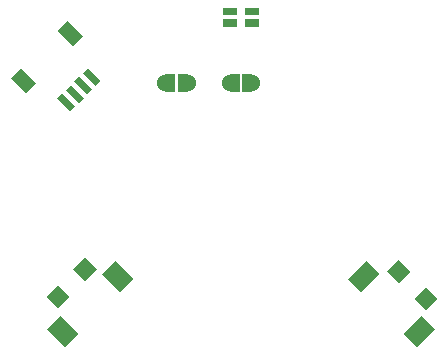
<source format=gbr>
G04 start of page 11 for group -4015 idx -4015 *
G04 Title: (unknown), toppaste *
G04 Creator: pcb 4.0.2 *
G04 CreationDate: Mon Feb 22 17:58:38 2021 UTC *
G04 For: ndholmes *
G04 Format: Gerber/RS-274X *
G04 PCB-Dimensions (mil): 2500.00 2500.00 *
G04 PCB-Coordinate-Origin: lower left *
%MOIN*%
%FSLAX25Y25*%
%LNTOPPASTE*%
%ADD65C,0.0600*%
%ADD64C,0.0001*%
G54D64*G36*
X67853Y109955D02*X63955Y113853D01*
X60052Y109950D01*
X63950Y106052D01*
X67853Y109955D01*
G37*
G36*
X76900Y119003D02*X73003Y122900D01*
X69100Y118997D01*
X72997Y115100D01*
X76900Y119003D01*
G37*
G36*
X64787Y103549D02*X60333Y99095D01*
X66458Y92971D01*
X70912Y97425D01*
X64787Y103549D01*
G37*
G36*
X83161Y121923D02*X78707Y117469D01*
X84831Y111344D01*
X89286Y115798D01*
X83161Y121923D01*
G37*
G36*
X73854Y186168D02*X72183Y184498D01*
X76498Y180183D01*
X78168Y181854D01*
X73854Y186168D01*
G37*
G36*
X71070Y183384D02*X69399Y181714D01*
X73714Y177400D01*
X75384Y179070D01*
X71070Y183384D01*
G37*
G36*
X68286Y180601D02*X66616Y178930D01*
X70930Y174616D01*
X72600Y176286D01*
X68286Y180601D01*
G37*
G36*
X65502Y177817D02*X63832Y176146D01*
X68146Y171832D01*
X69817Y173502D01*
X65502Y177817D01*
G37*
G36*
X67172Y201758D02*X63832Y198418D01*
X68843Y193407D01*
X72183Y196747D01*
X67172Y201758D01*
G37*
G36*
X51582Y186168D02*X48242Y182828D01*
X53253Y177817D01*
X56593Y181157D01*
X51582Y186168D01*
G37*
G36*
X177693Y122204D02*X173796Y118307D01*
X177699Y114404D01*
X181596Y118301D01*
X177693Y122204D01*
G37*
G36*
X186741Y113156D02*X182844Y109259D01*
X186746Y105356D01*
X190644Y109254D01*
X186741Y113156D01*
G37*
G36*
X171293Y117469D02*X166839Y121923D01*
X160714Y115798D01*
X165169Y111344D01*
X171293Y117469D01*
G37*
G36*
X189667Y99095D02*X185213Y103549D01*
X179088Y97425D01*
X183542Y92971D01*
X189667Y99095D01*
G37*
G54D65*X121600Y181000D03*
G54D64*G36*
X124600Y184000D02*X121600D01*
Y178000D01*
X124600D01*
Y184000D01*
G37*
G54D65*X128400Y181000D03*
G54D64*G36*
Y184000D02*X125400D01*
Y178000D01*
X128400D01*
Y184000D01*
G37*
G54D65*X100100Y181000D03*
G54D64*G36*
X103100Y184000D02*X100100D01*
Y178000D01*
X103100D01*
Y184000D01*
G37*
G54D65*X106900Y181000D03*
G54D64*G36*
Y184000D02*X103900D01*
Y178000D01*
X106900D01*
Y184000D01*
G37*
G36*
X119094Y202311D02*Y199949D01*
X123819D01*
Y202311D01*
X119094D01*
G37*
G36*
X126181D02*Y199949D01*
X130906D01*
Y202311D01*
X126181D01*
G37*
G36*
Y206051D02*Y203689D01*
X130906D01*
Y206051D01*
X126181D01*
G37*
G36*
X119094D02*Y203689D01*
X123819D01*
Y206051D01*
X119094D01*
G37*
M02*

</source>
